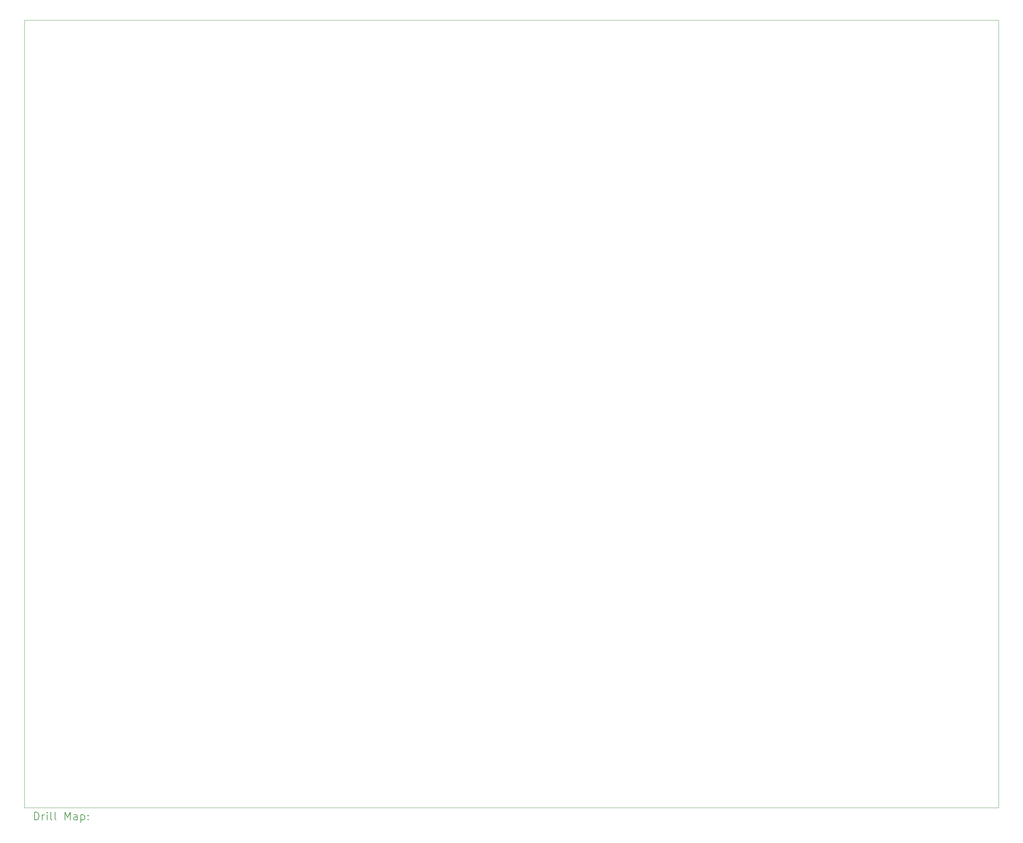
<source format=gbr>
%TF.GenerationSoftware,KiCad,Pcbnew,8.0.7*%
%TF.CreationDate,2025-01-05T12:02:36+01:00*%
%TF.ProjectId,CPU_X-3,4350555f-582d-4332-9e6b-696361645f70,2*%
%TF.SameCoordinates,Original*%
%TF.FileFunction,Drillmap*%
%TF.FilePolarity,Positive*%
%FSLAX45Y45*%
G04 Gerber Fmt 4.5, Leading zero omitted, Abs format (unit mm)*
G04 Created by KiCad (PCBNEW 8.0.7) date 2025-01-05 12:02:36*
%MOMM*%
%LPD*%
G01*
G04 APERTURE LIST*
%ADD10C,0.100000*%
%ADD11C,0.200000*%
G04 APERTURE END LIST*
D10*
X2540000Y-2540000D02*
X27538680Y-2540000D01*
X27538680Y-22738080D01*
X2540000Y-22738080D01*
X2540000Y-2540000D01*
D11*
X2795777Y-23054564D02*
X2795777Y-22854564D01*
X2795777Y-22854564D02*
X2843396Y-22854564D01*
X2843396Y-22854564D02*
X2871967Y-22864088D01*
X2871967Y-22864088D02*
X2891015Y-22883135D01*
X2891015Y-22883135D02*
X2900539Y-22902183D01*
X2900539Y-22902183D02*
X2910062Y-22940278D01*
X2910062Y-22940278D02*
X2910062Y-22968849D01*
X2910062Y-22968849D02*
X2900539Y-23006945D01*
X2900539Y-23006945D02*
X2891015Y-23025992D01*
X2891015Y-23025992D02*
X2871967Y-23045040D01*
X2871967Y-23045040D02*
X2843396Y-23054564D01*
X2843396Y-23054564D02*
X2795777Y-23054564D01*
X2995777Y-23054564D02*
X2995777Y-22921230D01*
X2995777Y-22959326D02*
X3005301Y-22940278D01*
X3005301Y-22940278D02*
X3014824Y-22930754D01*
X3014824Y-22930754D02*
X3033872Y-22921230D01*
X3033872Y-22921230D02*
X3052920Y-22921230D01*
X3119586Y-23054564D02*
X3119586Y-22921230D01*
X3119586Y-22854564D02*
X3110062Y-22864088D01*
X3110062Y-22864088D02*
X3119586Y-22873611D01*
X3119586Y-22873611D02*
X3129110Y-22864088D01*
X3129110Y-22864088D02*
X3119586Y-22854564D01*
X3119586Y-22854564D02*
X3119586Y-22873611D01*
X3243396Y-23054564D02*
X3224348Y-23045040D01*
X3224348Y-23045040D02*
X3214824Y-23025992D01*
X3214824Y-23025992D02*
X3214824Y-22854564D01*
X3348158Y-23054564D02*
X3329110Y-23045040D01*
X3329110Y-23045040D02*
X3319586Y-23025992D01*
X3319586Y-23025992D02*
X3319586Y-22854564D01*
X3576729Y-23054564D02*
X3576729Y-22854564D01*
X3576729Y-22854564D02*
X3643396Y-22997421D01*
X3643396Y-22997421D02*
X3710062Y-22854564D01*
X3710062Y-22854564D02*
X3710062Y-23054564D01*
X3891015Y-23054564D02*
X3891015Y-22949802D01*
X3891015Y-22949802D02*
X3881491Y-22930754D01*
X3881491Y-22930754D02*
X3862443Y-22921230D01*
X3862443Y-22921230D02*
X3824348Y-22921230D01*
X3824348Y-22921230D02*
X3805301Y-22930754D01*
X3891015Y-23045040D02*
X3871967Y-23054564D01*
X3871967Y-23054564D02*
X3824348Y-23054564D01*
X3824348Y-23054564D02*
X3805301Y-23045040D01*
X3805301Y-23045040D02*
X3795777Y-23025992D01*
X3795777Y-23025992D02*
X3795777Y-23006945D01*
X3795777Y-23006945D02*
X3805301Y-22987897D01*
X3805301Y-22987897D02*
X3824348Y-22978373D01*
X3824348Y-22978373D02*
X3871967Y-22978373D01*
X3871967Y-22978373D02*
X3891015Y-22968849D01*
X3986253Y-22921230D02*
X3986253Y-23121230D01*
X3986253Y-22930754D02*
X4005301Y-22921230D01*
X4005301Y-22921230D02*
X4043396Y-22921230D01*
X4043396Y-22921230D02*
X4062443Y-22930754D01*
X4062443Y-22930754D02*
X4071967Y-22940278D01*
X4071967Y-22940278D02*
X4081491Y-22959326D01*
X4081491Y-22959326D02*
X4081491Y-23016468D01*
X4081491Y-23016468D02*
X4071967Y-23035516D01*
X4071967Y-23035516D02*
X4062443Y-23045040D01*
X4062443Y-23045040D02*
X4043396Y-23054564D01*
X4043396Y-23054564D02*
X4005301Y-23054564D01*
X4005301Y-23054564D02*
X3986253Y-23045040D01*
X4167205Y-23035516D02*
X4176729Y-23045040D01*
X4176729Y-23045040D02*
X4167205Y-23054564D01*
X4167205Y-23054564D02*
X4157682Y-23045040D01*
X4157682Y-23045040D02*
X4167205Y-23035516D01*
X4167205Y-23035516D02*
X4167205Y-23054564D01*
X4167205Y-22930754D02*
X4176729Y-22940278D01*
X4176729Y-22940278D02*
X4167205Y-22949802D01*
X4167205Y-22949802D02*
X4157682Y-22940278D01*
X4157682Y-22940278D02*
X4167205Y-22930754D01*
X4167205Y-22930754D02*
X4167205Y-22949802D01*
M02*

</source>
